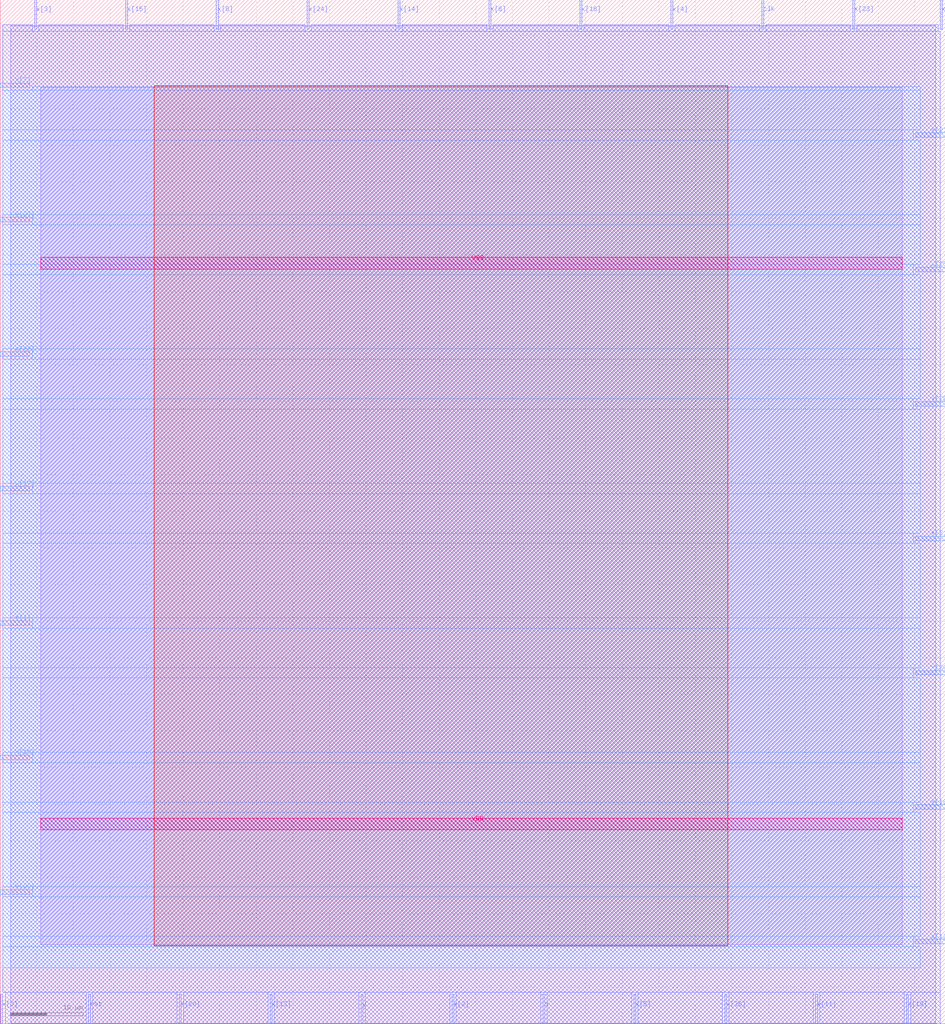
<source format=lef>
VERSION 5.7 ;
  NAMESCASESENSITIVE ON ;
  NOWIREEXTENSIONATPIN ON ;
  DIVIDERCHAR "/" ;
  BUSBITCHARS "[]" ;
UNITS
  DATABASE MICRONS 200 ;
END UNITS

MACRO spm
  CLASS BLOCK ;
  FOREIGN spm ;
  ORIGIN 0.000 0.000 ;
  SIZE 129.135 BY 139.855 ;
  PIN clk
    DIRECTION INPUT ;
    PORT
      LAYER met2 ;
        RECT 104.050 135.855 104.330 139.855 ;
    END
  END clk
  PIN p
    DIRECTION OUTPUT TRISTATE ;
    PORT
      LAYER met2 ;
        RECT 74.150 0.000 74.430 4.000 ;
    END
  END p
  PIN rst
    DIRECTION INPUT ;
    PORT
      LAYER met2 ;
        RECT 12.050 0.000 12.330 4.000 ;
    END
  END rst
  PIN x[0]
    DIRECTION INPUT ;
    PORT
      LAYER met2 ;
        RECT 0.090 0.000 0.370 4.000 ;
    END
  END x[0]
  PIN x[10]
    DIRECTION INPUT ;
    PORT
      LAYER met3 ;
        RECT 0.000 36.080 4.000 36.680 ;
    END
  END x[10]
  PIN x[11]
    DIRECTION INPUT ;
    PORT
      LAYER met2 ;
        RECT 111.410 0.000 111.690 4.000 ;
    END
  END x[11]
  PIN x[12]
    DIRECTION INPUT ;
    PORT
      LAYER met3 ;
        RECT 125.135 10.920 129.135 11.520 ;
    END
  END x[12]
  PIN x[13]
    DIRECTION INPUT ;
    PORT
      LAYER met2 ;
        RECT 36.890 0.000 37.170 4.000 ;
    END
  END x[13]
  PIN x[14]
    DIRECTION INPUT ;
    PORT
      LAYER met2 ;
        RECT 54.370 135.855 54.650 139.855 ;
    END
  END x[14]
  PIN x[15]
    DIRECTION INPUT ;
    PORT
      LAYER met2 ;
        RECT 17.110 135.855 17.390 139.855 ;
    END
  END x[15]
  PIN x[16]
    DIRECTION INPUT ;
    PORT
      LAYER met2 ;
        RECT 79.210 135.855 79.490 139.855 ;
    END
  END x[16]
  PIN x[17]
    DIRECTION INPUT ;
    PORT
      LAYER met3 ;
        RECT 0.000 72.800 4.000 73.400 ;
    END
  END x[17]
  PIN x[18]
    DIRECTION INPUT ;
    PORT
      LAYER met3 ;
        RECT 125.135 29.280 129.135 29.880 ;
    END
  END x[18]
  PIN x[19]
    DIRECTION INPUT ;
    PORT
      LAYER met2 ;
        RECT 123.830 0.000 124.110 4.000 ;
    END
  END x[19]
  PIN x[1]
    DIRECTION INPUT ;
    PORT
      LAYER met3 ;
        RECT 0.000 54.440 4.000 55.040 ;
    END
  END x[1]
  PIN x[20]
    DIRECTION INPUT ;
    PORT
      LAYER met2 ;
        RECT 24.470 0.000 24.750 4.000 ;
    END
  END x[20]
  PIN x[21]
    DIRECTION INPUT ;
    PORT
      LAYER met3 ;
        RECT 125.135 121.080 129.135 121.680 ;
    END
  END x[21]
  PIN x[22]
    DIRECTION INPUT ;
    PORT
      LAYER met3 ;
        RECT 0.000 91.160 4.000 91.760 ;
    END
  END x[22]
  PIN x[23]
    DIRECTION INPUT ;
    PORT
      LAYER met2 ;
        RECT 116.470 135.855 116.750 139.855 ;
    END
  END x[23]
  PIN x[24]
    DIRECTION INPUT ;
    PORT
      LAYER met2 ;
        RECT 41.950 135.855 42.230 139.855 ;
    END
  END x[24]
  PIN x[25]
    DIRECTION INPUT ;
    PORT
      LAYER met3 ;
        RECT 125.135 102.720 129.135 103.320 ;
    END
  END x[25]
  PIN x[26]
    DIRECTION INPUT ;
    PORT
      LAYER met2 ;
        RECT 98.990 0.000 99.270 4.000 ;
    END
  END x[26]
  PIN x[27]
    DIRECTION INPUT ;
    PORT
      LAYER met3 ;
        RECT 0.000 109.520 4.000 110.120 ;
    END
  END x[27]
  PIN x[28]
    DIRECTION INPUT ;
    PORT
      LAYER met3 ;
        RECT 125.135 84.360 129.135 84.960 ;
    END
  END x[28]
  PIN x[29]
    DIRECTION INPUT ;
    PORT
      LAYER met3 ;
        RECT 0.000 17.720 4.000 18.320 ;
    END
  END x[29]
  PIN x[2]
    DIRECTION INPUT ;
    PORT
      LAYER met2 ;
        RECT 61.730 0.000 62.010 4.000 ;
    END
  END x[2]
  PIN x[30]
    DIRECTION INPUT ;
    PORT
      LAYER met3 ;
        RECT 125.135 47.640 129.135 48.240 ;
    END
  END x[30]
  PIN x[31]
    DIRECTION INPUT ;
    PORT
      LAYER met3 ;
        RECT 125.135 66.000 129.135 66.600 ;
    END
  END x[31]
  PIN x[3]
    DIRECTION INPUT ;
    PORT
      LAYER met2 ;
        RECT 4.690 135.855 4.970 139.855 ;
    END
  END x[3]
  PIN x[4]
    DIRECTION INPUT ;
    PORT
      LAYER met2 ;
        RECT 91.630 135.855 91.910 139.855 ;
    END
  END x[4]
  PIN x[5]
    DIRECTION INPUT ;
    PORT
      LAYER met2 ;
        RECT 86.570 0.000 86.850 4.000 ;
    END
  END x[5]
  PIN x[6]
    DIRECTION INPUT ;
    PORT
      LAYER met2 ;
        RECT 66.790 135.855 67.070 139.855 ;
    END
  END x[6]
  PIN x[7]
    DIRECTION INPUT ;
    PORT
      LAYER met3 ;
        RECT 0.000 127.880 4.000 128.480 ;
    END
  END x[7]
  PIN x[8]
    DIRECTION INPUT ;
    PORT
      LAYER met2 ;
        RECT 29.530 135.855 29.810 139.855 ;
    END
  END x[8]
  PIN x[9]
    DIRECTION INPUT ;
    PORT
      LAYER met2 ;
        RECT 128.430 135.855 128.710 139.855 ;
    END
  END x[9]
  PIN y
    DIRECTION INPUT ;
    PORT
      LAYER met2 ;
        RECT 49.310 0.000 49.590 4.000 ;
    END
  END y
  PIN VDD
    DIRECTION INPUT ;
    PORT
      LAYER met5 ;
        RECT 5.520 26.490 123.280 28.090 ;
    END
  END VDD
  PIN VSS
    DIRECTION INPUT ;
    PORT
      LAYER met5 ;
        RECT 5.520 103.080 123.280 104.680 ;
    END
  END VSS
  OBS
      LAYER li1 ;
        RECT 5.520 10.795 123.280 127.925 ;
      LAYER met1 ;
        RECT 1.450 0.040 127.810 136.300 ;
      LAYER met2 ;
        RECT 0.370 135.575 4.410 136.410 ;
        RECT 5.250 135.575 16.830 136.410 ;
        RECT 17.670 135.575 29.250 136.410 ;
        RECT 30.090 135.575 41.670 136.410 ;
        RECT 42.510 135.575 54.090 136.410 ;
        RECT 54.930 135.575 66.510 136.410 ;
        RECT 67.350 135.575 78.930 136.410 ;
        RECT 79.770 135.575 91.350 136.410 ;
        RECT 92.190 135.575 103.770 136.410 ;
        RECT 104.610 135.575 116.190 136.410 ;
        RECT 117.030 135.575 128.150 136.410 ;
        RECT 0.370 4.280 128.430 135.575 ;
        RECT 0.650 0.010 11.770 4.280 ;
        RECT 12.610 0.010 24.190 4.280 ;
        RECT 25.030 0.010 36.610 4.280 ;
        RECT 37.450 0.010 49.030 4.280 ;
        RECT 49.870 0.010 61.450 4.280 ;
        RECT 62.290 0.010 73.870 4.280 ;
        RECT 74.710 0.010 86.290 4.280 ;
        RECT 87.130 0.010 98.710 4.280 ;
        RECT 99.550 0.010 111.130 4.280 ;
        RECT 111.970 0.010 123.550 4.280 ;
        RECT 124.390 0.010 128.430 4.280 ;
      LAYER met3 ;
        RECT 4.400 127.480 125.730 128.005 ;
        RECT 0.310 122.080 125.730 127.480 ;
        RECT 0.310 120.680 124.735 122.080 ;
        RECT 0.310 110.520 125.730 120.680 ;
        RECT 4.400 109.120 125.730 110.520 ;
        RECT 0.310 103.720 125.730 109.120 ;
        RECT 0.310 102.320 124.735 103.720 ;
        RECT 0.310 92.160 125.730 102.320 ;
        RECT 4.400 90.760 125.730 92.160 ;
        RECT 0.310 85.360 125.730 90.760 ;
        RECT 0.310 83.960 124.735 85.360 ;
        RECT 0.310 73.800 125.730 83.960 ;
        RECT 4.400 72.400 125.730 73.800 ;
        RECT 0.310 67.000 125.730 72.400 ;
        RECT 0.310 65.600 124.735 67.000 ;
        RECT 0.310 55.440 125.730 65.600 ;
        RECT 4.400 54.040 125.730 55.440 ;
        RECT 0.310 48.640 125.730 54.040 ;
        RECT 0.310 47.240 124.735 48.640 ;
        RECT 0.310 37.080 125.730 47.240 ;
        RECT 4.400 35.680 125.730 37.080 ;
        RECT 0.310 30.280 125.730 35.680 ;
        RECT 0.310 28.880 124.735 30.280 ;
        RECT 0.310 18.720 125.730 28.880 ;
        RECT 4.400 17.320 125.730 18.720 ;
        RECT 0.310 11.920 125.730 17.320 ;
        RECT 0.310 10.520 124.735 11.920 ;
        RECT 0.310 7.655 125.730 10.520 ;
      LAYER met4 ;
        RECT 21.040 10.640 99.440 128.080 ;
  END
END spm

</source>
